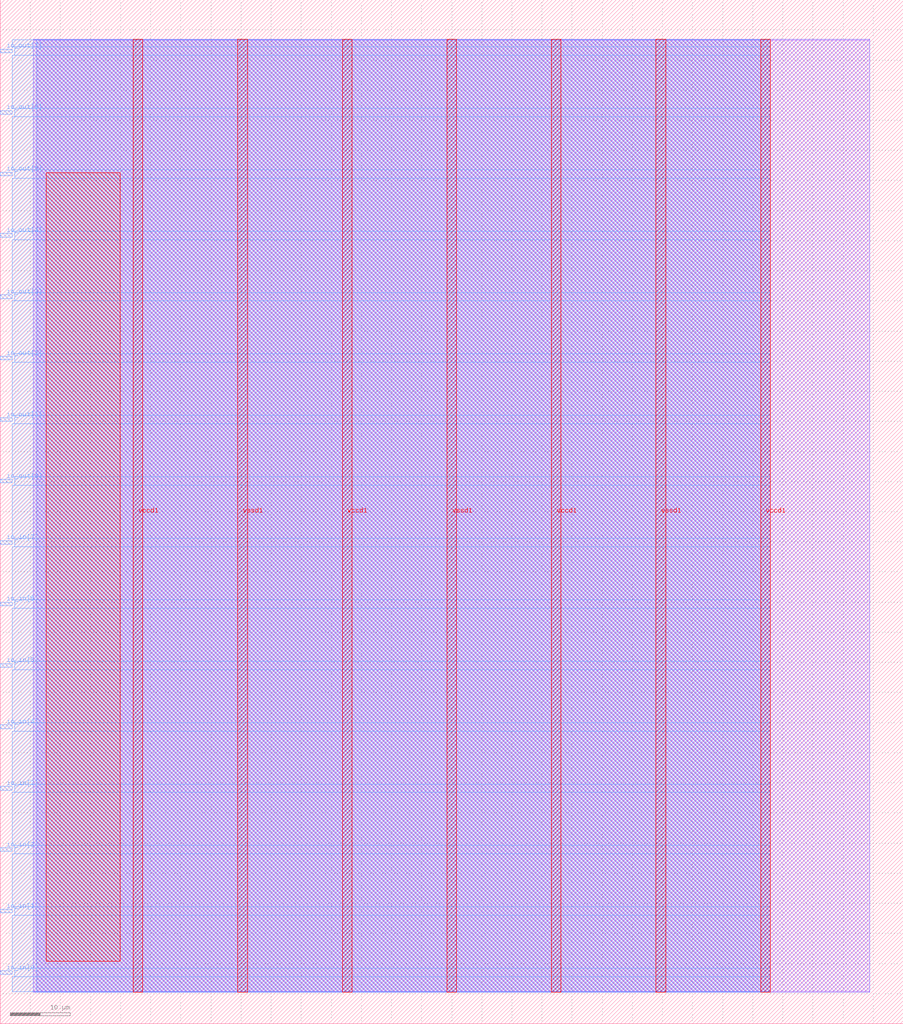
<source format=lef>
VERSION 5.7 ;
  NOWIREEXTENSIONATPIN ON ;
  DIVIDERCHAR "/" ;
  BUSBITCHARS "[]" ;
MACRO tucanae47_gray_ctr6
  CLASS BLOCK ;
  FOREIGN tucanae47_gray_ctr6 ;
  ORIGIN 0.000 0.000 ;
  SIZE 150.000 BY 170.000 ;
  PIN io_in[0]
    DIRECTION INPUT ;
    USE SIGNAL ;
    PORT
      LAYER met3 ;
        RECT 0.000 8.200 2.000 8.800 ;
    END
  END io_in[0]
  PIN io_in[1]
    DIRECTION INPUT ;
    USE SIGNAL ;
    PORT
      LAYER met3 ;
        RECT 0.000 18.400 2.000 19.000 ;
    END
  END io_in[1]
  PIN io_in[2]
    DIRECTION INPUT ;
    USE SIGNAL ;
    PORT
      LAYER met3 ;
        RECT 0.000 28.600 2.000 29.200 ;
    END
  END io_in[2]
  PIN io_in[3]
    DIRECTION INPUT ;
    USE SIGNAL ;
    PORT
      LAYER met3 ;
        RECT 0.000 38.800 2.000 39.400 ;
    END
  END io_in[3]
  PIN io_in[4]
    DIRECTION INPUT ;
    USE SIGNAL ;
    PORT
      LAYER met3 ;
        RECT 0.000 49.000 2.000 49.600 ;
    END
  END io_in[4]
  PIN io_in[5]
    DIRECTION INPUT ;
    USE SIGNAL ;
    PORT
      LAYER met3 ;
        RECT 0.000 59.200 2.000 59.800 ;
    END
  END io_in[5]
  PIN io_in[6]
    DIRECTION INPUT ;
    USE SIGNAL ;
    PORT
      LAYER met3 ;
        RECT 0.000 69.400 2.000 70.000 ;
    END
  END io_in[6]
  PIN io_in[7]
    DIRECTION INPUT ;
    USE SIGNAL ;
    PORT
      LAYER met3 ;
        RECT 0.000 79.600 2.000 80.200 ;
    END
  END io_in[7]
  PIN io_out[0]
    DIRECTION OUTPUT TRISTATE ;
    USE SIGNAL ;
    PORT
      LAYER met3 ;
        RECT 0.000 89.800 2.000 90.400 ;
    END
  END io_out[0]
  PIN io_out[1]
    DIRECTION OUTPUT TRISTATE ;
    USE SIGNAL ;
    PORT
      LAYER met3 ;
        RECT 0.000 100.000 2.000 100.600 ;
    END
  END io_out[1]
  PIN io_out[2]
    DIRECTION OUTPUT TRISTATE ;
    USE SIGNAL ;
    PORT
      LAYER met3 ;
        RECT 0.000 110.200 2.000 110.800 ;
    END
  END io_out[2]
  PIN io_out[3]
    DIRECTION OUTPUT TRISTATE ;
    USE SIGNAL ;
    PORT
      LAYER met3 ;
        RECT 0.000 120.400 2.000 121.000 ;
    END
  END io_out[3]
  PIN io_out[4]
    DIRECTION OUTPUT TRISTATE ;
    USE SIGNAL ;
    PORT
      LAYER met3 ;
        RECT 0.000 130.600 2.000 131.200 ;
    END
  END io_out[4]
  PIN io_out[5]
    DIRECTION OUTPUT TRISTATE ;
    USE SIGNAL ;
    PORT
      LAYER met3 ;
        RECT 0.000 140.800 2.000 141.400 ;
    END
  END io_out[5]
  PIN io_out[6]
    DIRECTION OUTPUT TRISTATE ;
    USE SIGNAL ;
    PORT
      LAYER met3 ;
        RECT 0.000 151.000 2.000 151.600 ;
    END
  END io_out[6]
  PIN io_out[7]
    DIRECTION OUTPUT TRISTATE ;
    USE SIGNAL ;
    PORT
      LAYER met3 ;
        RECT 0.000 161.200 2.000 161.800 ;
    END
  END io_out[7]
  PIN vccd1
    DIRECTION INOUT ;
    USE POWER ;
    PORT
      LAYER met4 ;
        RECT 22.090 5.200 23.690 163.440 ;
    END
    PORT
      LAYER met4 ;
        RECT 56.830 5.200 58.430 163.440 ;
    END
    PORT
      LAYER met4 ;
        RECT 91.570 5.200 93.170 163.440 ;
    END
    PORT
      LAYER met4 ;
        RECT 126.310 5.200 127.910 163.440 ;
    END
  END vccd1
  PIN vssd1
    DIRECTION INOUT ;
    USE GROUND ;
    PORT
      LAYER met4 ;
        RECT 39.460 5.200 41.060 163.440 ;
    END
    PORT
      LAYER met4 ;
        RECT 74.200 5.200 75.800 163.440 ;
    END
    PORT
      LAYER met4 ;
        RECT 108.940 5.200 110.540 163.440 ;
    END
  END vssd1
  OBS
      LAYER li1 ;
        RECT 5.520 5.355 144.440 163.285 ;
      LAYER met1 ;
        RECT 5.520 5.200 144.440 163.440 ;
      LAYER met2 ;
        RECT 6.080 5.255 127.880 163.385 ;
      LAYER met3 ;
        RECT 2.000 162.200 127.900 163.365 ;
        RECT 2.400 160.800 127.900 162.200 ;
        RECT 2.000 152.000 127.900 160.800 ;
        RECT 2.400 150.600 127.900 152.000 ;
        RECT 2.000 141.800 127.900 150.600 ;
        RECT 2.400 140.400 127.900 141.800 ;
        RECT 2.000 131.600 127.900 140.400 ;
        RECT 2.400 130.200 127.900 131.600 ;
        RECT 2.000 121.400 127.900 130.200 ;
        RECT 2.400 120.000 127.900 121.400 ;
        RECT 2.000 111.200 127.900 120.000 ;
        RECT 2.400 109.800 127.900 111.200 ;
        RECT 2.000 101.000 127.900 109.800 ;
        RECT 2.400 99.600 127.900 101.000 ;
        RECT 2.000 90.800 127.900 99.600 ;
        RECT 2.400 89.400 127.900 90.800 ;
        RECT 2.000 80.600 127.900 89.400 ;
        RECT 2.400 79.200 127.900 80.600 ;
        RECT 2.000 70.400 127.900 79.200 ;
        RECT 2.400 69.000 127.900 70.400 ;
        RECT 2.000 60.200 127.900 69.000 ;
        RECT 2.400 58.800 127.900 60.200 ;
        RECT 2.000 50.000 127.900 58.800 ;
        RECT 2.400 48.600 127.900 50.000 ;
        RECT 2.000 39.800 127.900 48.600 ;
        RECT 2.400 38.400 127.900 39.800 ;
        RECT 2.000 29.600 127.900 38.400 ;
        RECT 2.400 28.200 127.900 29.600 ;
        RECT 2.000 19.400 127.900 28.200 ;
        RECT 2.400 18.000 127.900 19.400 ;
        RECT 2.000 9.200 127.900 18.000 ;
        RECT 2.400 7.800 127.900 9.200 ;
        RECT 2.000 5.275 127.900 7.800 ;
      LAYER met4 ;
        RECT 7.655 10.375 19.945 141.265 ;
  END
END tucanae47_gray_ctr6
END LIBRARY


</source>
